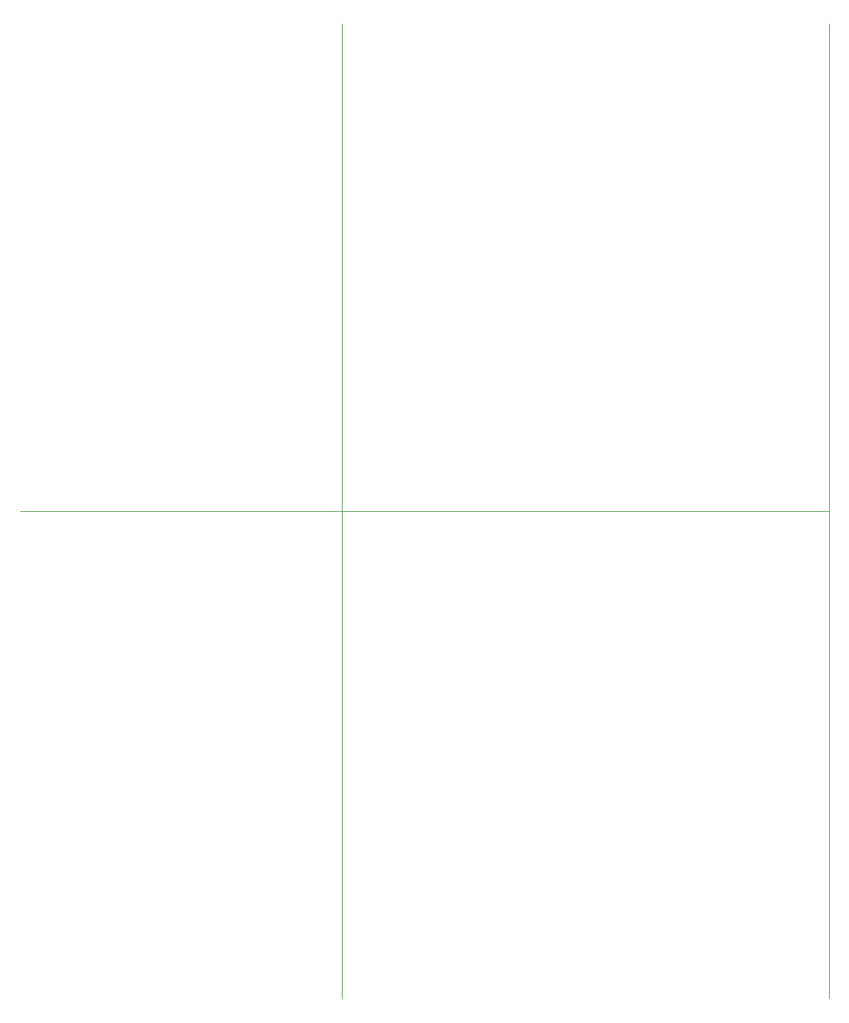
<source format=gbr>
G75*
G71*
%MOMM*%
%OFA0B0*%
%FSLAX53Y53*%
%IPPOS*%
%LPD*%
%ADD10C,0.00100*%
D10*
X0000000Y0060450D02*
X0100330Y0060450D01*
X0039880Y0000000D02*
X0039880Y0120900D01*
X0100330Y0000000D02*
X0100330Y0120900D01*
M02*

</source>
